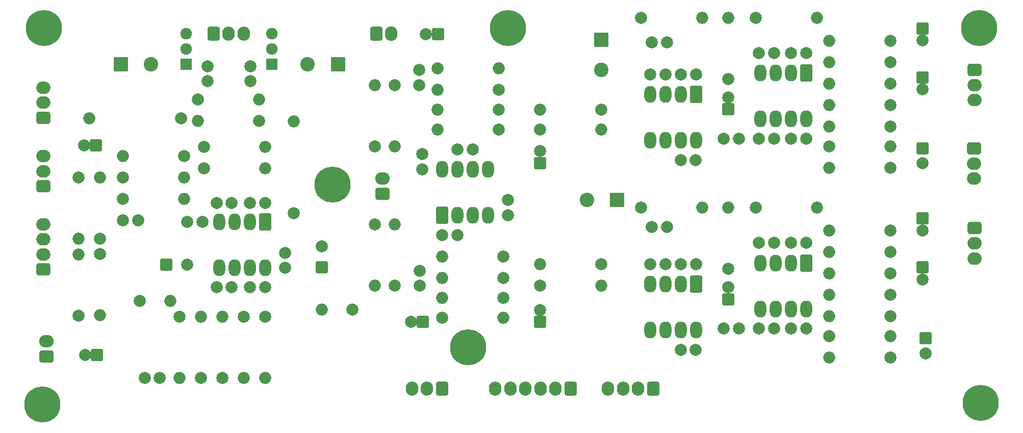
<source format=gbr>
%TF.GenerationSoftware,KiCad,Pcbnew,(6.0.6)*%
%TF.CreationDate,2022-07-24T16:53:50+02:00*%
%TF.ProjectId,emxr,656d7872-2e6b-4696-9361-645f70636258,rev?*%
%TF.SameCoordinates,Original*%
%TF.FileFunction,Soldermask,Bot*%
%TF.FilePolarity,Negative*%
%FSLAX46Y46*%
G04 Gerber Fmt 4.6, Leading zero omitted, Abs format (unit mm)*
G04 Created by KiCad (PCBNEW (6.0.6)) date 2022-07-24 16:53:50*
%MOMM*%
%LPD*%
G01*
G04 APERTURE LIST*
G04 Aperture macros list*
%AMRoundRect*
0 Rectangle with rounded corners*
0 $1 Rounding radius*
0 $2 $3 $4 $5 $6 $7 $8 $9 X,Y pos of 4 corners*
0 Add a 4 corners polygon primitive as box body*
4,1,4,$2,$3,$4,$5,$6,$7,$8,$9,$2,$3,0*
0 Add four circle primitives for the rounded corners*
1,1,$1+$1,$2,$3*
1,1,$1+$1,$4,$5*
1,1,$1+$1,$6,$7*
1,1,$1+$1,$8,$9*
0 Add four rect primitives between the rounded corners*
20,1,$1+$1,$2,$3,$4,$5,0*
20,1,$1+$1,$4,$5,$6,$7,0*
20,1,$1+$1,$6,$7,$8,$9,0*
20,1,$1+$1,$8,$9,$2,$3,0*%
G04 Aperture macros list end*
%ADD10C,2.000000*%
%ADD11O,2.000000X2.000000*%
%ADD12RoundRect,0.200000X0.800000X-1.200000X0.800000X1.200000X-0.800000X1.200000X-0.800000X-1.200000X0*%
%ADD13O,2.000000X2.800000*%
%ADD14RoundRect,0.450000X0.725000X-0.600000X0.725000X0.600000X-0.725000X0.600000X-0.725000X-0.600000X0*%
%ADD15O,2.350000X2.100000*%
%ADD16RoundRect,0.200000X-0.800000X0.800000X-0.800000X-0.800000X0.800000X-0.800000X0.800000X0.800000X0*%
%ADD17RoundRect,0.200000X0.800000X-0.800000X0.800000X0.800000X-0.800000X0.800000X-0.800000X-0.800000X0*%
%ADD18RoundRect,0.450000X-0.725000X0.600000X-0.725000X-0.600000X0.725000X-0.600000X0.725000X0.600000X0*%
%ADD19RoundRect,0.200000X0.800000X0.800000X-0.800000X0.800000X-0.800000X-0.800000X0.800000X-0.800000X0*%
%ADD20RoundRect,0.450000X0.600000X0.725000X-0.600000X0.725000X-0.600000X-0.725000X0.600000X-0.725000X0*%
%ADD21O,2.100000X2.350000*%
%ADD22C,4.000000*%
%ADD23C,6.000000*%
%ADD24RoundRect,0.200000X0.762000X-0.762000X0.762000X0.762000X-0.762000X0.762000X-0.762000X-0.762000X0*%
%ADD25C,1.924000*%
%ADD26RoundRect,0.200000X1.000000X1.000000X-1.000000X1.000000X-1.000000X-1.000000X1.000000X-1.000000X0*%
%ADD27C,2.400000*%
%ADD28RoundRect,0.200000X-1.000000X1.000000X-1.000000X-1.000000X1.000000X-1.000000X1.000000X1.000000X0*%
%ADD29RoundRect,0.450000X-0.600000X-0.750000X0.600000X-0.750000X0.600000X0.750000X-0.600000X0.750000X0*%
%ADD30O,2.100000X2.400000*%
%ADD31RoundRect,0.450000X0.750000X-0.600000X0.750000X0.600000X-0.750000X0.600000X-0.750000X-0.600000X0*%
%ADD32O,2.400000X2.100000*%
%ADD33RoundRect,0.200000X-0.800000X1.200000X-0.800000X-1.200000X0.800000X-1.200000X0.800000X1.200000X0*%
%ADD34RoundRect,0.200000X-0.800000X-0.800000X0.800000X-0.800000X0.800000X0.800000X-0.800000X0.800000X0*%
%ADD35RoundRect,0.200000X-1.000000X-1.000000X1.000000X-1.000000X1.000000X1.000000X-1.000000X1.000000X0*%
%ADD36RoundRect,0.450000X-0.600000X-0.725000X0.600000X-0.725000X0.600000X0.725000X-0.600000X0.725000X0*%
G04 APERTURE END LIST*
D10*
%TO.C,R216*%
X148580000Y-80274000D03*
D11*
X138420000Y-80274000D03*
%TD*%
D12*
%TO.C,IC201*%
X139182000Y-97800000D03*
D13*
X141722000Y-97800000D03*
X144262000Y-97800000D03*
X146802000Y-97800000D03*
X146802000Y-90180000D03*
X144262000Y-90180000D03*
X141722000Y-90180000D03*
X139182000Y-90180000D03*
%TD*%
D10*
%TO.C,R405*%
X213604000Y-103943621D03*
D11*
X203444000Y-103943621D03*
%TD*%
D14*
%TO.C,J105*%
X73000000Y-93000000D03*
D15*
X73000000Y-90500000D03*
X73000000Y-88000000D03*
%TD*%
D16*
%TO.C,C510*%
X218938000Y-66812000D03*
D10*
X218938000Y-68812000D03*
%TD*%
%TO.C,R315*%
X108814000Y-82189000D03*
D11*
X98654000Y-82189000D03*
%TD*%
D10*
%TO.C,R401*%
X172202000Y-96577621D03*
D11*
X182362000Y-96577621D03*
%TD*%
D17*
%TO.C,C206*%
X155438000Y-115519112D03*
D10*
X155438000Y-113519112D03*
%TD*%
D18*
%TO.C,J401*%
X227564000Y-99969000D03*
D15*
X227564000Y-102469000D03*
X227564000Y-104969000D03*
%TD*%
D10*
%TO.C,C512*%
X174000000Y-69098000D03*
X176500000Y-69098000D03*
%TD*%
D19*
%TO.C,C306*%
X81725436Y-86250000D03*
D10*
X79725436Y-86250000D03*
%TD*%
D20*
%TO.C,J103*%
X160508000Y-126639000D03*
D21*
X158008000Y-126639000D03*
X155508000Y-126639000D03*
X153008000Y-126639000D03*
X150508000Y-126639000D03*
X148008000Y-126639000D03*
%TD*%
D10*
%TO.C,R313*%
X114520323Y-97500000D03*
D11*
X114520323Y-82260000D03*
%TD*%
D10*
%TO.C,C308*%
X86228000Y-98699000D03*
X88728000Y-98699000D03*
%TD*%
%TO.C,C404*%
X191780000Y-102419621D03*
X194280000Y-102419621D03*
%TD*%
D22*
%TO.C,H107*%
X121020323Y-92750000D03*
D23*
X121020323Y-92750000D03*
%TD*%
D10*
%TO.C,C305*%
X107310000Y-95750000D03*
X109810000Y-95750000D03*
%TD*%
D22*
%TO.C,H101*%
X73092323Y-66750000D03*
D23*
X73092323Y-66750000D03*
%TD*%
D10*
%TO.C,C202*%
X150094000Y-97790000D03*
X150094000Y-95290000D03*
%TD*%
D24*
%TO.C,LC302*%
X110886000Y-72774000D03*
D25*
X110886000Y-70234000D03*
X110886000Y-67694000D03*
%TD*%
D10*
%TO.C,R201*%
X149342000Y-104658000D03*
D11*
X139182000Y-104658000D03*
%TD*%
D16*
%TO.C,C513*%
X218928000Y-86711621D03*
D10*
X218928000Y-89211621D03*
%TD*%
%TO.C,R510*%
X213604000Y-79512000D03*
D11*
X203444000Y-79512000D03*
%TD*%
D10*
%TO.C,R215*%
X155428000Y-83586000D03*
D11*
X165588000Y-83586000D03*
%TD*%
D26*
%TO.C,C408*%
X168209677Y-95270000D03*
D27*
X163209677Y-95270000D03*
%TD*%
D10*
%TO.C,C301*%
X113132000Y-104053000D03*
X113132000Y-106553000D03*
%TD*%
%TO.C,R205*%
X165588000Y-105938000D03*
D11*
X155428000Y-105938000D03*
%TD*%
D10*
%TO.C,C309*%
X101770323Y-95750000D03*
X104270323Y-95750000D03*
%TD*%
%TO.C,R402*%
X191252000Y-96577621D03*
D11*
X201412000Y-96577621D03*
%TD*%
D10*
%TO.C,C403*%
X173756000Y-105965621D03*
X176256000Y-105965621D03*
%TD*%
D23*
%TO.C,H102*%
X228326000Y-66750000D03*
D22*
X228326000Y-66750000D03*
%TD*%
%TO.C,H105*%
X150094000Y-66750000D03*
D23*
X150094000Y-66750000D03*
%TD*%
D10*
%TO.C,R301*%
X99670000Y-90063000D03*
D11*
X109830000Y-90063000D03*
%TD*%
D10*
%TO.C,C312*%
X107310000Y-109750000D03*
X109810000Y-109750000D03*
%TD*%
%TO.C,R505*%
X213604000Y-72400000D03*
D11*
X203444000Y-72400000D03*
%TD*%
D19*
%TO.C,C209*%
X138480888Y-67750000D03*
D10*
X136480888Y-67750000D03*
%TD*%
D18*
%TO.C,J104*%
X227500000Y-86750000D03*
D15*
X227500000Y-89250000D03*
X227500000Y-91750000D03*
%TD*%
D22*
%TO.C,H103*%
X228580000Y-128996000D03*
D23*
X228580000Y-128996000D03*
%TD*%
D10*
%TO.C,C311*%
X100218000Y-75548000D03*
X100218000Y-73048000D03*
%TD*%
D28*
%TO.C,C508*%
X165588000Y-68645323D03*
D27*
X165588000Y-73645323D03*
%TD*%
D10*
%TO.C,R409*%
X213604000Y-107499621D03*
D11*
X203444000Y-107499621D03*
%TD*%
D10*
%TO.C,C502*%
X197114000Y-85100000D03*
X199614000Y-85100000D03*
%TD*%
D20*
%TO.C,J205*%
X139172000Y-126639000D03*
D21*
X136672000Y-126639000D03*
X134172000Y-126639000D03*
%TD*%
D10*
%TO.C,FR302*%
X88955323Y-112000000D03*
D11*
X94035323Y-112000000D03*
%TD*%
D26*
%TO.C,C314*%
X121888000Y-72750000D03*
D27*
X116888000Y-72750000D03*
%TD*%
D19*
%TO.C,C205*%
X136000000Y-115500000D03*
D10*
X134000000Y-115500000D03*
%TD*%
%TO.C,R203*%
X128023000Y-99304000D03*
D11*
X128023000Y-109464000D03*
%TD*%
D10*
%TO.C,R214*%
X148580000Y-76972000D03*
D11*
X138420000Y-76972000D03*
%TD*%
D10*
%TO.C,C514*%
X185938000Y-85100000D03*
X188438000Y-85100000D03*
%TD*%
%TO.C,C414*%
X185938000Y-116643621D03*
X188438000Y-116643621D03*
%TD*%
D29*
%TO.C,J206*%
X128270000Y-67694000D03*
D30*
X130770000Y-67694000D03*
%TD*%
D16*
%TO.C,C411*%
X218938000Y-106483621D03*
D10*
X218938000Y-108483621D03*
%TD*%
D16*
%TO.C,C413*%
X219446000Y-118255242D03*
D10*
X219446000Y-120755242D03*
%TD*%
%TO.C,R410*%
X213604000Y-111055621D03*
D11*
X203444000Y-111055621D03*
%TD*%
D10*
%TO.C,FR301*%
X124270323Y-113500000D03*
D11*
X119190323Y-113500000D03*
%TD*%
D10*
%TO.C,R506*%
X213604000Y-68844000D03*
D11*
X203444000Y-68844000D03*
%TD*%
D31*
%TO.C,J303*%
X73495323Y-121250000D03*
D32*
X73495323Y-118750000D03*
%TD*%
D10*
%TO.C,R503*%
X213604000Y-83068000D03*
D11*
X203444000Y-83068000D03*
%TD*%
D10*
%TO.C,R102*%
X78859000Y-114487000D03*
D11*
X78859000Y-104327000D03*
%TD*%
D10*
%TO.C,C501*%
X178816000Y-88646000D03*
X181316000Y-88646000D03*
%TD*%
%TO.C,R211*%
X128023000Y-86350000D03*
D11*
X128023000Y-76190000D03*
%TD*%
D33*
%TO.C,IC301*%
X109830000Y-98953000D03*
D13*
X107290000Y-98953000D03*
X104750000Y-98953000D03*
X102210000Y-98953000D03*
X102210000Y-106573000D03*
X104750000Y-106573000D03*
X107290000Y-106573000D03*
X109830000Y-106573000D03*
%TD*%
D10*
%TO.C,C402*%
X197114000Y-116643621D03*
X199614000Y-116643621D03*
%TD*%
%TO.C,R314*%
X99162000Y-124861000D03*
D11*
X99162000Y-114701000D03*
%TD*%
D10*
%TO.C,R213*%
X165588000Y-80284000D03*
D11*
X155428000Y-80284000D03*
%TD*%
D14*
%TO.C,J302*%
X72983000Y-81641000D03*
D15*
X72983000Y-79141000D03*
X72983000Y-76641000D03*
%TD*%
D10*
%TO.C,R403*%
X213604000Y-114611621D03*
D11*
X203444000Y-114611621D03*
%TD*%
D10*
%TO.C,C207*%
X144242000Y-86878000D03*
X141742000Y-86878000D03*
%TD*%
%TO.C,R507*%
X203444000Y-86370000D03*
D11*
X213604000Y-86370000D03*
%TD*%
D10*
%TO.C,R404*%
X186680000Y-106737621D03*
D11*
X186680000Y-96577621D03*
%TD*%
D10*
%TO.C,C506*%
X197134000Y-70876000D03*
X199634000Y-70876000D03*
%TD*%
%TO.C,R307*%
X98654000Y-78633000D03*
D11*
X108814000Y-78633000D03*
%TD*%
D10*
%TO.C,C318*%
X107330000Y-75548000D03*
X107330000Y-73048000D03*
%TD*%
%TO.C,R302*%
X82398000Y-101747000D03*
D11*
X82398000Y-91587000D03*
%TD*%
D10*
%TO.C,C503*%
X173756000Y-74422000D03*
X176256000Y-74422000D03*
%TD*%
D19*
%TO.C,C313*%
X81921436Y-121051000D03*
D10*
X79921436Y-121051000D03*
%TD*%
D24*
%TO.C,LC301*%
X96662000Y-72774000D03*
D25*
X96662000Y-70234000D03*
X96662000Y-67694000D03*
%TD*%
D10*
%TO.C,C405*%
X178856000Y-105965621D03*
X181356000Y-105965621D03*
%TD*%
D18*
%TO.C,J501*%
X227581000Y-73710000D03*
D15*
X227581000Y-76210000D03*
X227581000Y-78710000D03*
%TD*%
D33*
%TO.C,IC502*%
X199624000Y-74188000D03*
D13*
X197084000Y-74188000D03*
X194544000Y-74188000D03*
X192004000Y-74188000D03*
X192004000Y-81808000D03*
X194544000Y-81808000D03*
X197084000Y-81808000D03*
X199624000Y-81808000D03*
%TD*%
D10*
%TO.C,R207*%
X149342000Y-108214000D03*
D11*
X139182000Y-108214000D03*
%TD*%
D10*
%TO.C,C204*%
X135500000Y-109500000D03*
X135500000Y-107000000D03*
%TD*%
%TO.C,C401*%
X178816000Y-120189621D03*
X181316000Y-120189621D03*
%TD*%
D34*
%TO.C,C304*%
X93367672Y-106000000D03*
D10*
X96867672Y-106000000D03*
%TD*%
D16*
%TO.C,C511*%
X218938000Y-74940000D03*
D10*
X218938000Y-76940000D03*
%TD*%
%TO.C,R308*%
X99670000Y-86507000D03*
D11*
X109830000Y-86507000D03*
%TD*%
D35*
%TO.C,C307*%
X85872323Y-72791000D03*
D27*
X90872323Y-72791000D03*
%TD*%
D10*
%TO.C,R509*%
X213604000Y-75956000D03*
D11*
X203444000Y-75956000D03*
%TD*%
D22*
%TO.C,H104*%
X72838323Y-129250000D03*
D23*
X72838323Y-129250000D03*
%TD*%
D10*
%TO.C,R206*%
X155428000Y-109480000D03*
D11*
X165588000Y-109480000D03*
%TD*%
D10*
%TO.C,C203*%
X141702000Y-101102000D03*
X139202000Y-101102000D03*
%TD*%
D14*
%TO.C,J108*%
X73000000Y-106807000D03*
D15*
X73000000Y-104307000D03*
X73000000Y-101807000D03*
X73000000Y-99307000D03*
%TD*%
D10*
%TO.C,C208*%
X135372000Y-76190000D03*
X135372000Y-73690000D03*
%TD*%
%TO.C,R202*%
X131308000Y-109464000D03*
D11*
X131308000Y-99304000D03*
%TD*%
D10*
%TO.C,R303*%
X96368000Y-88031000D03*
D11*
X86208000Y-88031000D03*
%TD*%
D10*
%TO.C,R210*%
X131325000Y-76190000D03*
D11*
X131325000Y-86350000D03*
%TD*%
D10*
%TO.C,R311*%
X95606000Y-114701000D03*
D11*
X95606000Y-124861000D03*
%TD*%
D33*
%TO.C,IC501*%
X181346000Y-77734000D03*
D13*
X178806000Y-77734000D03*
X176266000Y-77734000D03*
X173726000Y-77734000D03*
X173726000Y-85354000D03*
X176266000Y-85354000D03*
X178806000Y-85354000D03*
X181346000Y-85354000D03*
%TD*%
D31*
%TO.C,J208*%
X129276000Y-94244000D03*
D32*
X129276000Y-91744000D03*
%TD*%
D10*
%TO.C,R407*%
X203444000Y-117913621D03*
D11*
X213604000Y-117913621D03*
%TD*%
D10*
%TO.C,C315*%
X92304000Y-124841000D03*
X89804000Y-124841000D03*
%TD*%
%TO.C,R310*%
X82398000Y-104287000D03*
D11*
X82398000Y-114447000D03*
%TD*%
D36*
%TO.C,J301*%
X101234000Y-67694000D03*
D21*
X103734000Y-67694000D03*
X106234000Y-67694000D03*
%TD*%
D10*
%TO.C,C505*%
X178856000Y-74422000D03*
X181356000Y-74422000D03*
%TD*%
%TO.C,R316*%
X106274000Y-114701000D03*
D11*
X106274000Y-124861000D03*
%TD*%
D10*
%TO.C,R309*%
X109830000Y-114701000D03*
D11*
X109830000Y-124861000D03*
%TD*%
D10*
%TO.C,R208*%
X149342000Y-111516000D03*
D11*
X139182000Y-111516000D03*
%TD*%
D17*
%TO.C,C509*%
X186680000Y-80213113D03*
D10*
X186680000Y-78213113D03*
%TD*%
%TO.C,C201*%
X135890000Y-87650000D03*
X135890000Y-90150000D03*
%TD*%
%TO.C,R304*%
X86208000Y-95143000D03*
D11*
X96368000Y-95143000D03*
%TD*%
D10*
%TO.C,R305*%
X95860000Y-81750000D03*
D11*
X80620000Y-81750000D03*
%TD*%
D10*
%TO.C,C407*%
X191780000Y-116643621D03*
X194280000Y-116643621D03*
%TD*%
%TO.C,C507*%
X191780000Y-85100000D03*
X194280000Y-85100000D03*
%TD*%
%TO.C,C504*%
X191780000Y-70876000D03*
X194280000Y-70876000D03*
%TD*%
%TO.C,R312*%
X102718000Y-124861000D03*
D11*
X102718000Y-114701000D03*
%TD*%
D10*
%TO.C,R508*%
X213604000Y-89926000D03*
D11*
X203444000Y-89926000D03*
%TD*%
D10*
%TO.C,C412*%
X174000000Y-99750000D03*
X176500000Y-99750000D03*
%TD*%
D33*
%TO.C,IC401*%
X181346000Y-109277621D03*
D13*
X178806000Y-109277621D03*
X176266000Y-109277621D03*
X173726000Y-109277621D03*
X173726000Y-116897621D03*
X176266000Y-116897621D03*
X178806000Y-116897621D03*
X181346000Y-116897621D03*
%TD*%
D10*
%TO.C,C316*%
X101770323Y-109750000D03*
X104270323Y-109750000D03*
%TD*%
D16*
%TO.C,C410*%
X218938000Y-98355621D03*
D10*
X218938000Y-100355621D03*
%TD*%
%TO.C,R501*%
X172202000Y-65034000D03*
D11*
X182362000Y-65034000D03*
%TD*%
D10*
%TO.C,R204*%
X139182000Y-114818000D03*
D11*
X149342000Y-114818000D03*
%TD*%
D17*
%TO.C,C210*%
X155438000Y-89164000D03*
D10*
X155438000Y-87164000D03*
%TD*%
D33*
%TO.C,IC402*%
X199624000Y-105731621D03*
D13*
X197084000Y-105731621D03*
X194544000Y-105731621D03*
X192004000Y-105731621D03*
X192004000Y-113351621D03*
X194544000Y-113351621D03*
X197084000Y-113351621D03*
X199624000Y-113351621D03*
%TD*%
D10*
%TO.C,R406*%
X213604000Y-100387621D03*
D11*
X203444000Y-100387621D03*
%TD*%
D20*
%TO.C,J101*%
X174224000Y-126639000D03*
D21*
X171724000Y-126639000D03*
X169224000Y-126639000D03*
X166724000Y-126639000D03*
%TD*%
D10*
%TO.C,R502*%
X191252000Y-65034000D03*
D11*
X201412000Y-65034000D03*
%TD*%
D10*
%TO.C,R101*%
X78842000Y-91587000D03*
D11*
X78842000Y-101747000D03*
%TD*%
D10*
%TO.C,R408*%
X213604000Y-121469621D03*
D11*
X203444000Y-121469621D03*
%TD*%
D10*
%TO.C,R209*%
X148580000Y-83576000D03*
D11*
X138420000Y-83576000D03*
%TD*%
D10*
%TO.C,R212*%
X138420000Y-73416000D03*
D11*
X148580000Y-73416000D03*
%TD*%
D10*
%TO.C,R504*%
X186680000Y-75194000D03*
D11*
X186680000Y-65034000D03*
%TD*%
D10*
%TO.C,C406*%
X197134000Y-102419621D03*
X199634000Y-102419621D03*
%TD*%
D23*
%TO.C,H106*%
X143500000Y-119750000D03*
D22*
X143500000Y-119750000D03*
%TD*%
D17*
%TO.C,C409*%
X186680000Y-111756734D03*
D10*
X186680000Y-109756734D03*
%TD*%
%TO.C,C303*%
X99396000Y-98953000D03*
X96896000Y-98953000D03*
%TD*%
%TO.C,R306*%
X86208000Y-91587000D03*
D11*
X96368000Y-91587000D03*
%TD*%
D17*
%TO.C,C302*%
X119228000Y-106447651D03*
D10*
X119228000Y-102947651D03*
%TD*%
M02*

</source>
